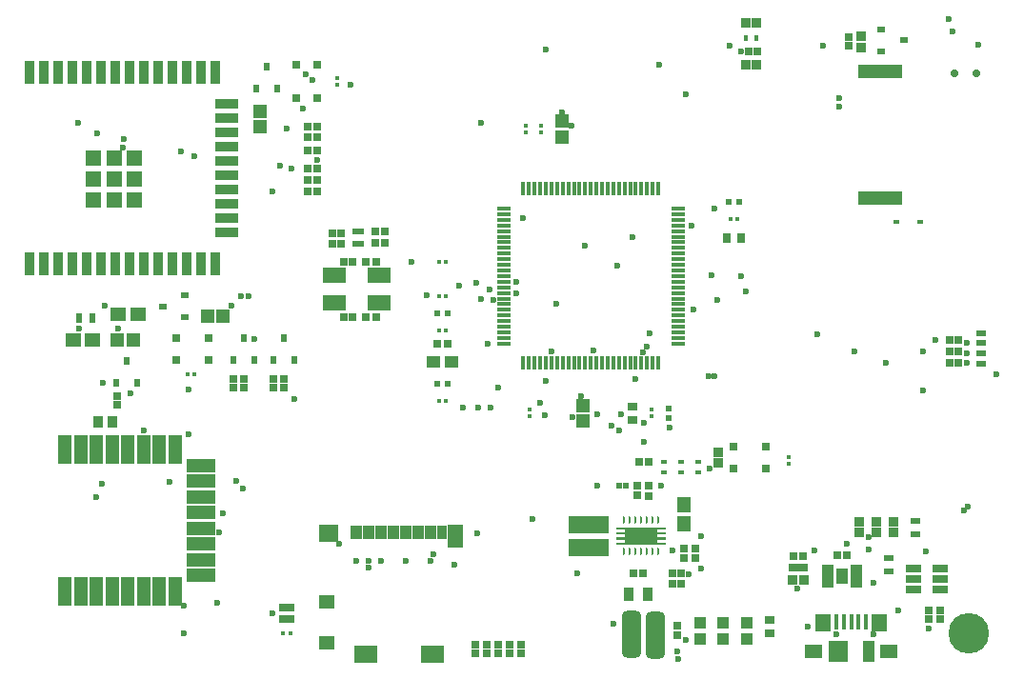
<source format=gts>
G04*
G04 #@! TF.GenerationSoftware,Altium Limited,Altium Designer,21.1.1 (26)*
G04*
G04 Layer_Color=8388736*
%FSLAX44Y44*%
%MOMM*%
G71*
G04*
G04 #@! TF.SameCoordinates,9AE9D992-6700-435F-BEFF-D62808151BB7*
G04*
G04*
G04 #@! TF.FilePolarity,Negative*
G04*
G01*
G75*
%ADD36R,0.5900X0.4500*%
%ADD37R,4.0000X1.2000*%
%ADD38R,0.8500X0.6000*%
%ADD39R,1.2000X0.3000*%
%ADD40R,0.3000X1.2000*%
%ADD41R,0.7000X0.6500*%
%ADD42R,1.0062X1.1051*%
%ADD43R,0.6153X0.5725*%
%ADD44R,0.4556X0.3612*%
%ADD45R,0.4500X0.6000*%
%ADD46R,0.9000X2.0000*%
%ADD47R,2.0000X0.9000*%
%ADD48R,1.3300X1.3300*%
G04:AMPARAMS|DCode=49|XSize=0.6mm|YSize=0.24mm|CornerRadius=0.12mm|HoleSize=0mm|Usage=FLASHONLY|Rotation=270.000|XOffset=0mm|YOffset=0mm|HoleType=Round|Shape=RoundedRectangle|*
%AMROUNDEDRECTD49*
21,1,0.6000,0.0000,0,0,270.0*
21,1,0.3600,0.2400,0,0,270.0*
1,1,0.2400,0.0000,-0.1800*
1,1,0.2400,0.0000,0.1800*
1,1,0.2400,0.0000,0.1800*
1,1,0.2400,0.0000,-0.1800*
%
%ADD49ROUNDEDRECTD49*%
%ADD50R,0.7581X0.8121*%
%ADD51R,0.6250X0.8250*%
%ADD52R,0.5000X0.5000*%
%ADD53R,1.3061X1.0582*%
%ADD54R,1.0000X0.5000*%
%ADD55R,0.4500X1.3800*%
%ADD56R,1.6500X1.3000*%
%ADD57R,1.0000X1.9000*%
%ADD58R,1.8000X1.9000*%
%ADD59R,1.4250X1.5500*%
%ADD70R,0.6000X0.4500*%
%ADD71R,0.8250X0.6250*%
%ADD72R,0.8121X0.7581*%
%ADD73R,0.3612X0.4556*%
%ADD74R,0.5725X0.6153*%
%ADD81R,0.6500X0.7000*%
%ADD82R,1.4000X0.8000*%
%ADD83R,3.6000X1.5000*%
%ADD84R,1.3000X1.2000*%
%ADD85R,0.9000X1.0500*%
%ADD86R,0.8500X0.8000*%
%ADD87R,0.8000X0.7500*%
%ADD88R,0.7500X0.7500*%
%ADD89R,0.9000X0.8500*%
%ADD90R,0.8500X0.8500*%
%ADD91R,0.7000X0.7500*%
%ADD92R,0.6500X0.7000*%
%ADD93R,0.6500X0.6500*%
%ADD94R,0.5500X0.5500*%
%ADD95R,1.0500X1.3000*%
%ADD96R,1.4000X1.2000*%
%ADD97R,0.9500X1.3000*%
%ADD98R,1.3700X2.0000*%
%ADD99R,1.7500X1.5500*%
%ADD100R,2.1000X1.5500*%
%ADD101R,0.6000X0.7000*%
%ADD102C,1.4220*%
%ADD103R,1.0636X0.5048*%
%ADD104R,0.9874X1.3938*%
%ADD105R,1.2000X2.6500*%
%ADD106R,2.6500X1.2000*%
%ADD107R,1.4500X1.3000*%
%ADD108R,0.8500X1.2500*%
%ADD109R,0.7800X0.7400*%
G04:AMPARAMS|DCode=110|XSize=1.724mm|YSize=4.2mm|CornerRadius=0.481mm|HoleSize=0mm|Usage=FLASHONLY|Rotation=0.000|XOffset=0mm|YOffset=0mm|HoleType=Round|Shape=RoundedRectangle|*
%AMROUNDEDRECTD110*
21,1,1.7240,3.2380,0,0,0.0*
21,1,0.7620,4.2000,0,0,0.0*
1,1,0.9620,0.3810,-1.6190*
1,1,0.9620,-0.3810,-1.6190*
1,1,0.9620,-0.3810,1.6190*
1,1,0.9620,0.3810,1.6190*
%
%ADD110ROUNDEDRECTD110*%
%ADD111R,2.0000X1.4000*%
%ADD112R,1.3000X1.4500*%
%ADD113R,0.7000X0.6000*%
%ADD114R,0.7500X0.8000*%
%ADD115R,0.8500X0.8500*%
%ADD116R,0.7000X0.6500*%
%ADD117R,0.6500X0.6500*%
%ADD118R,0.8500X0.9000*%
%ADD119R,1.2000X1.3000*%
%ADD120C,0.7000*%
%ADD121C,3.6000*%
%ADD122C,0.6000*%
%ADD123C,0.3500*%
G36*
X743360Y206560D02*
X735610D01*
Y203960D01*
X743360D01*
Y201960D01*
X735610D01*
Y199360D01*
X743360D01*
Y197360D01*
X735610D01*
Y194760D01*
X743360D01*
Y192760D01*
X699360D01*
Y194760D01*
X707110D01*
Y197360D01*
X699360D01*
Y199360D01*
X707110D01*
Y201960D01*
X699360D01*
Y203960D01*
X707110D01*
Y206560D01*
X699360D01*
Y208560D01*
X743360D01*
Y206560D01*
D02*
G37*
D36*
X948300Y480060D02*
D03*
X969400D02*
D03*
D37*
X933450Y501530D02*
D03*
Y613530D02*
D03*
D38*
X1023620Y372110D02*
D03*
Y363110D02*
D03*
Y354110D02*
D03*
Y381110D02*
D03*
D39*
X754173Y466800D02*
D03*
Y471800D02*
D03*
X599173Y371800D02*
D03*
X754173Y391800D02*
D03*
Y396800D02*
D03*
X599173Y491800D02*
D03*
Y486800D02*
D03*
Y481800D02*
D03*
Y476800D02*
D03*
Y471800D02*
D03*
Y466800D02*
D03*
Y461800D02*
D03*
Y456800D02*
D03*
Y451800D02*
D03*
Y446800D02*
D03*
Y441800D02*
D03*
Y436800D02*
D03*
Y431800D02*
D03*
Y426800D02*
D03*
Y421800D02*
D03*
Y416800D02*
D03*
Y411800D02*
D03*
Y406800D02*
D03*
Y401800D02*
D03*
Y396800D02*
D03*
Y391800D02*
D03*
Y386800D02*
D03*
Y381800D02*
D03*
Y376800D02*
D03*
X754173Y371800D02*
D03*
Y376800D02*
D03*
Y381800D02*
D03*
Y386800D02*
D03*
Y401800D02*
D03*
Y406800D02*
D03*
Y411800D02*
D03*
Y416800D02*
D03*
Y421800D02*
D03*
Y426800D02*
D03*
Y431800D02*
D03*
Y436800D02*
D03*
X754173Y441800D02*
D03*
X754173Y446800D02*
D03*
Y451800D02*
D03*
Y456800D02*
D03*
X754173Y461800D02*
D03*
X754173Y476800D02*
D03*
Y481800D02*
D03*
Y486800D02*
D03*
Y491800D02*
D03*
D40*
X616673Y354300D02*
D03*
X646673Y509300D02*
D03*
X656673D02*
D03*
X651673D02*
D03*
X671673Y354300D02*
D03*
X621673D02*
D03*
X626673D02*
D03*
X631673D02*
D03*
X636673D02*
D03*
X641673D02*
D03*
X646673D02*
D03*
X651673D02*
D03*
X656673D02*
D03*
X661673D02*
D03*
X666673D02*
D03*
X676673D02*
D03*
X681673D02*
D03*
X686673D02*
D03*
X691673D02*
D03*
X696673D02*
D03*
X701673D02*
D03*
X706673D02*
D03*
X711673D02*
D03*
X716673D02*
D03*
X721673D02*
D03*
X726673D02*
D03*
X731673D02*
D03*
X736673D02*
D03*
Y509300D02*
D03*
X731673D02*
D03*
X726673D02*
D03*
X721673D02*
D03*
X716673D02*
D03*
X711673D02*
D03*
X706673D02*
D03*
X701673D02*
D03*
X696673D02*
D03*
X691673D02*
D03*
X686673D02*
D03*
X681673D02*
D03*
X676673D02*
D03*
X671673D02*
D03*
X666673D02*
D03*
X661673D02*
D03*
X641673D02*
D03*
X636673D02*
D03*
X631673D02*
D03*
X626673D02*
D03*
X621673D02*
D03*
X616673D02*
D03*
D41*
X433680Y589770D02*
D03*
X414680Y619270D02*
D03*
X433680D02*
D03*
X414680Y589770D02*
D03*
D42*
X773430Y123190D02*
D03*
Y109178D02*
D03*
X815242Y123190D02*
D03*
Y109178D02*
D03*
X794336Y123190D02*
D03*
Y109178D02*
D03*
D43*
X808195Y497840D02*
D03*
X799624D02*
D03*
D44*
X541802Y383846D02*
D03*
X547858D02*
D03*
X403372Y114300D02*
D03*
X409428D02*
D03*
X318282Y344170D02*
D03*
X324338D02*
D03*
X541802Y444500D02*
D03*
X547858D02*
D03*
X541802Y414020D02*
D03*
X547858D02*
D03*
X806938Y482600D02*
D03*
X800882D02*
D03*
X541802Y320585D02*
D03*
X547858D02*
D03*
D45*
X814400Y643193D02*
D03*
X823900D02*
D03*
D46*
X266630Y613160D02*
D03*
X241230D02*
D03*
X215830Y443160D02*
D03*
X228530D02*
D03*
X241230D02*
D03*
X253930D02*
D03*
X266630D02*
D03*
X279330D02*
D03*
X292030D02*
D03*
X304730D02*
D03*
X317430D02*
D03*
X330130D02*
D03*
X342830D02*
D03*
X330130Y613160D02*
D03*
X292030D02*
D03*
X253930D02*
D03*
X203130D02*
D03*
X190430D02*
D03*
X342830D02*
D03*
X203130Y443160D02*
D03*
X279330Y613160D02*
D03*
X177730Y443160D02*
D03*
Y613160D02*
D03*
X228530D02*
D03*
X215830D02*
D03*
X317430D02*
D03*
X304730D02*
D03*
X190430Y443160D02*
D03*
D47*
X352830Y483710D02*
D03*
Y521810D02*
D03*
Y534510D02*
D03*
Y547210D02*
D03*
Y559910D02*
D03*
Y572610D02*
D03*
Y585310D02*
D03*
Y471010D02*
D03*
Y496410D02*
D03*
Y509110D02*
D03*
D48*
X234380Y499810D02*
D03*
Y518160D02*
D03*
Y536510D02*
D03*
X252730Y499810D02*
D03*
Y518160D02*
D03*
Y536510D02*
D03*
X271080Y499810D02*
D03*
Y518160D02*
D03*
Y536510D02*
D03*
D49*
X726360Y214660D02*
D03*
X731360D02*
D03*
X736360D02*
D03*
X726360Y186660D02*
D03*
X711360Y214660D02*
D03*
X706360D02*
D03*
Y186660D02*
D03*
X711360D02*
D03*
X731360D02*
D03*
X736360D02*
D03*
X716360D02*
D03*
X721360D02*
D03*
Y214660D02*
D03*
X716360D02*
D03*
D50*
X810180Y465791D02*
D03*
X797640D02*
D03*
D51*
X221970Y394902D02*
D03*
X233470D02*
D03*
D52*
X539830Y398904D02*
D03*
X549830D02*
D03*
X539830Y335643D02*
D03*
X549830D02*
D03*
D53*
X537069Y355243D02*
D03*
X552591D02*
D03*
D54*
X469900Y471590D02*
D03*
Y460590D02*
D03*
D55*
X895050Y124700D02*
D03*
X908050D02*
D03*
X901550D02*
D03*
X914550D02*
D03*
X921050D02*
D03*
D56*
X941800Y98100D02*
D03*
X874300D02*
D03*
D57*
X923550D02*
D03*
D58*
X896550D02*
D03*
D59*
X932925Y123850D02*
D03*
X883175D02*
D03*
D70*
X741680Y266700D02*
D03*
Y257200D02*
D03*
X756920Y266700D02*
D03*
Y257200D02*
D03*
X772160Y266700D02*
D03*
Y257200D02*
D03*
D71*
X965200Y214030D02*
D03*
Y202530D02*
D03*
X941070Y169510D02*
D03*
Y181010D02*
D03*
D72*
X835618Y113884D02*
D03*
Y126424D02*
D03*
X713441Y316150D02*
D03*
Y303610D02*
D03*
D73*
X852170Y264942D02*
D03*
Y270998D02*
D03*
X450850Y607548D02*
D03*
Y601492D02*
D03*
X622300Y312908D02*
D03*
Y306852D02*
D03*
X730250Y312908D02*
D03*
Y306852D02*
D03*
X632605Y565638D02*
D03*
Y559582D02*
D03*
X618490Y565638D02*
D03*
Y559582D02*
D03*
D74*
X745490Y314165D02*
D03*
Y305595D02*
D03*
D81*
X832630Y261010D02*
D03*
X803130D02*
D03*
X832630Y280010D02*
D03*
X803130D02*
D03*
X337330Y376530D02*
D03*
X307830Y357530D02*
D03*
Y376530D02*
D03*
X337330Y357530D02*
D03*
D82*
X986860Y153060D02*
D03*
Y162560D02*
D03*
Y172060D02*
D03*
X963860D02*
D03*
Y162560D02*
D03*
Y153060D02*
D03*
D83*
X674370Y190160D02*
D03*
Y211160D02*
D03*
D84*
X669290Y316880D02*
D03*
Y302880D02*
D03*
X382270Y564500D02*
D03*
Y578500D02*
D03*
X650664Y569610D02*
D03*
Y555610D02*
D03*
D85*
X238860Y302260D02*
D03*
X251360D02*
D03*
D86*
X856810Y172878D02*
D03*
X865310D02*
D03*
D87*
X714570Y167640D02*
D03*
X723070D02*
D03*
X895355Y183899D02*
D03*
X903855D02*
D03*
X856810Y182880D02*
D03*
X865310D02*
D03*
X433510Y564992D02*
D03*
X425010D02*
D03*
X433510Y554990D02*
D03*
X425010D02*
D03*
X433510Y543560D02*
D03*
X425010D02*
D03*
X433510Y527050D02*
D03*
X425010D02*
D03*
X433510Y516890D02*
D03*
X425010D02*
D03*
X433510Y506730D02*
D03*
X425010D02*
D03*
X719650Y266700D02*
D03*
X728150D02*
D03*
X485403Y471170D02*
D03*
X493903D02*
D03*
X485403Y461010D02*
D03*
X493903D02*
D03*
X549080Y371787D02*
D03*
X540580D02*
D03*
X477080Y444745D02*
D03*
X485580D02*
D03*
X477080Y394970D02*
D03*
X485580D02*
D03*
D88*
X727710Y236307D02*
D03*
Y245308D02*
D03*
D89*
X814150Y619760D02*
D03*
X823650D02*
D03*
D90*
X916940Y635080D02*
D03*
Y645080D02*
D03*
X946095Y213635D02*
D03*
Y203635D02*
D03*
X930470Y213635D02*
D03*
Y203635D02*
D03*
X914845Y213635D02*
D03*
Y203635D02*
D03*
D91*
X986790Y127120D02*
D03*
Y134620D02*
D03*
X976630D02*
D03*
Y127120D02*
D03*
D92*
X255270Y317560D02*
D03*
Y325060D02*
D03*
X905510Y636330D02*
D03*
Y643830D02*
D03*
X368300Y340300D02*
D03*
Y332800D02*
D03*
X359297Y332860D02*
D03*
Y340360D02*
D03*
X403860Y340300D02*
D03*
Y332800D02*
D03*
X394857D02*
D03*
Y340300D02*
D03*
D93*
X614680Y96330D02*
D03*
Y104330D02*
D03*
X718207Y237300D02*
D03*
Y245300D02*
D03*
X574040Y96330D02*
D03*
Y104330D02*
D03*
X584200Y96330D02*
D03*
Y104330D02*
D03*
X594360Y96330D02*
D03*
Y104330D02*
D03*
X604520Y96330D02*
D03*
Y104330D02*
D03*
D94*
X701850Y245110D02*
D03*
X707850D02*
D03*
D95*
X500985Y203985D02*
D03*
X478985D02*
D03*
X467985D02*
D03*
X533985D02*
D03*
X489985D02*
D03*
X511985D02*
D03*
X522985D02*
D03*
D96*
X441635Y142485D02*
D03*
Y105485D02*
D03*
D97*
X544485Y203985D02*
D03*
D98*
X556585Y200485D02*
D03*
D99*
X443385Y202735D02*
D03*
D100*
X536335Y95735D02*
D03*
X476635D02*
D03*
D101*
X254660Y336710D02*
D03*
X273660D02*
D03*
X264160Y356710D02*
D03*
X379120Y598330D02*
D03*
X388620Y618330D02*
D03*
X398120Y598330D02*
D03*
X358742Y357030D02*
D03*
X377743D02*
D03*
X368243Y377030D02*
D03*
X394360Y357030D02*
D03*
X413360D02*
D03*
X403860Y377030D02*
D03*
D102*
X721360Y200660D02*
D03*
D103*
X912305Y157228D02*
D03*
X886905Y162309D02*
D03*
Y172468D02*
D03*
X912305Y162309D02*
D03*
X886905Y167388D02*
D03*
X912305Y172468D02*
D03*
Y167388D02*
D03*
X886905Y157228D02*
D03*
D104*
X899605Y164848D02*
D03*
D105*
X293170Y151680D02*
D03*
X279170D02*
D03*
X265170D02*
D03*
X209170Y277580D02*
D03*
X223170D02*
D03*
X251170D02*
D03*
X307170Y151680D02*
D03*
X223170D02*
D03*
X237170D02*
D03*
X293170Y277580D02*
D03*
X279170D02*
D03*
X237170D02*
D03*
X307170D02*
D03*
X265170D02*
D03*
X209170Y151680D02*
D03*
X251170D02*
D03*
D106*
X330120Y249630D02*
D03*
Y263630D02*
D03*
Y235630D02*
D03*
Y193630D02*
D03*
Y179630D02*
D03*
Y165630D02*
D03*
Y207630D02*
D03*
Y221630D02*
D03*
D107*
X256930Y397510D02*
D03*
X273930D02*
D03*
X216888Y374650D02*
D03*
X233888D02*
D03*
D108*
X710320Y148590D02*
D03*
X727320D02*
D03*
D109*
X464910Y394970D02*
D03*
X457110D02*
D03*
X446950Y469900D02*
D03*
X454750D02*
D03*
X446950Y460897D02*
D03*
X454750D02*
D03*
X457110Y444500D02*
D03*
X464910D02*
D03*
D110*
X734060Y112531D02*
D03*
X712470Y113030D02*
D03*
D111*
X448630Y432243D02*
D03*
X488630Y408242D02*
D03*
Y432243D02*
D03*
X448630Y408242D02*
D03*
D112*
X759460Y211210D02*
D03*
Y228210D02*
D03*
D113*
X934880Y631850D02*
D03*
X954880Y641350D02*
D03*
X934880Y650850D02*
D03*
X296070Y404907D02*
D03*
X316070Y395407D02*
D03*
Y414408D02*
D03*
D114*
X769620Y189670D02*
D03*
Y181170D02*
D03*
X759618Y189670D02*
D03*
Y181170D02*
D03*
X753110Y121090D02*
D03*
Y112590D02*
D03*
D115*
X866060Y161875D02*
D03*
X856060D02*
D03*
X814150Y656695D02*
D03*
X824150D02*
D03*
D116*
X749420Y158637D02*
D03*
X756920D02*
D03*
X749420Y167640D02*
D03*
X756920D02*
D03*
X824650Y631190D02*
D03*
X817150D02*
D03*
X410150Y137160D02*
D03*
X402650D02*
D03*
Y127000D02*
D03*
X410150D02*
D03*
D117*
X995490Y354330D02*
D03*
X1003490D02*
D03*
X995490Y364490D02*
D03*
X1003490D02*
D03*
X995490Y374650D02*
D03*
X1003490D02*
D03*
D118*
X789569Y265760D02*
D03*
Y275260D02*
D03*
D119*
X269890Y374650D02*
D03*
X255890D02*
D03*
X335900Y396240D02*
D03*
X349900D02*
D03*
D120*
X999580Y612150D02*
D03*
X1019580D02*
D03*
D121*
X1012770Y114420D02*
D03*
D122*
X1010920Y354330D02*
D03*
Y363110D02*
D03*
Y372110D02*
D03*
X1037422Y344170D02*
D03*
X754380Y91420D02*
D03*
X753110Y97790D02*
D03*
X994467Y660420D02*
D03*
X302260Y248920D02*
D03*
X346246Y204006D02*
D03*
X241808Y247142D02*
D03*
X367792Y242824D02*
D03*
X237170Y235524D02*
D03*
X349365Y221095D02*
D03*
X344932Y141478D02*
D03*
X314960Y138938D02*
D03*
X279170Y294616D02*
D03*
X319278Y331216D02*
D03*
X361390Y249630D02*
D03*
X319278Y291338D02*
D03*
X637032Y632968D02*
D03*
X650664Y577596D02*
D03*
X659384Y565404D02*
D03*
X782320Y260350D02*
D03*
X478985Y172329D02*
D03*
X788924Y410972D02*
D03*
X810180Y431372D02*
D03*
X814098Y418084D02*
D03*
X1011972Y227112D02*
D03*
X781050Y342900D02*
D03*
X1008380Y223520D02*
D03*
X786130Y342900D02*
D03*
X728572Y381000D02*
D03*
X726634Y368808D02*
D03*
X699770Y440690D02*
D03*
X713740Y466090D02*
D03*
X938530Y354330D02*
D03*
X897128Y590296D02*
D03*
X974090Y186690D02*
D03*
X723900Y284480D02*
D03*
Y300990D02*
D03*
X774700Y171450D02*
D03*
Y200660D02*
D03*
X716673Y340614D02*
D03*
X267910Y327406D02*
D03*
X664210Y167640D02*
D03*
X667766Y324866D02*
D03*
X413360Y322834D02*
D03*
X372110Y414020D02*
D03*
X260350Y546100D02*
D03*
X377743Y375711D02*
D03*
X365760Y414020D02*
D03*
X261620Y553720D02*
D03*
X810514Y631190D02*
D03*
X584708Y371348D02*
D03*
X786384Y491800D02*
D03*
X616204Y483616D02*
D03*
X1021080Y637286D02*
D03*
X799846Y636778D02*
D03*
X357378Y405892D02*
D03*
X244856D02*
D03*
X895050Y113030D02*
D03*
X949960Y134620D02*
D03*
X976630Y118110D02*
D03*
X679196Y365506D02*
D03*
X927862Y113030D02*
D03*
X400050Y529590D02*
D03*
X312420Y542290D02*
D03*
X393700Y506730D02*
D03*
X323850Y538480D02*
D03*
X406340Y562550D02*
D03*
X220980Y567690D02*
D03*
X410210Y527050D02*
D03*
X237490Y558800D02*
D03*
X671673Y458978D02*
D03*
X765810Y476800D02*
D03*
X422910Y610870D02*
D03*
X749300Y187960D02*
D03*
X681990Y245110D02*
D03*
X610108Y426800D02*
D03*
X998220Y648970D02*
D03*
X768096Y401800D02*
D03*
X393700Y132080D02*
D03*
X587248Y314960D02*
D03*
X478985Y178425D02*
D03*
X467985D02*
D03*
X554990Y175260D02*
D03*
X783590Y432308D02*
D03*
X536956Y184404D02*
D03*
X533985Y178425D02*
D03*
X562864Y314706D02*
D03*
X489985Y178425D02*
D03*
X645668Y406908D02*
D03*
X594614Y332994D02*
D03*
X576834Y315214D02*
D03*
X511985Y178425D02*
D03*
X971550Y330390D02*
D03*
X982980Y374650D02*
D03*
X877570Y379730D02*
D03*
X971550Y364490D02*
D03*
X910590D02*
D03*
X575056Y426212D02*
D03*
X531114Y415036D02*
D03*
X559896Y423672D02*
D03*
X517652Y444745D02*
D03*
X737108Y619760D02*
D03*
X703834Y308864D02*
D03*
X694690Y298450D02*
D03*
X738942Y245308D02*
D03*
X869219Y120396D02*
D03*
X859790Y153670D02*
D03*
X696976Y122936D02*
D03*
X760730Y107950D02*
D03*
X463296Y601980D02*
D03*
X256930Y385572D02*
D03*
X221970D02*
D03*
X681990Y308864D02*
D03*
X624840Y215900D02*
D03*
X575310Y203200D02*
D03*
X452882Y193802D02*
D03*
X314865Y114300D02*
D03*
X579120Y567690D02*
D03*
Y411080D02*
D03*
X420878Y580390D02*
D03*
X433578Y535432D02*
D03*
X429260Y605790D02*
D03*
X897636Y582168D02*
D03*
X590296Y410972D02*
D03*
X586546Y420176D02*
D03*
X635762Y308102D02*
D03*
X641673Y364998D02*
D03*
X610108Y416800D02*
D03*
X242924Y337312D02*
D03*
X631673Y319278D02*
D03*
X636673Y338836D02*
D03*
X927862Y159512D02*
D03*
X702056Y294894D02*
D03*
X875538Y187960D02*
D03*
X747014Y296926D02*
D03*
X903855Y193679D02*
D03*
X923572Y199672D02*
D03*
X923685Y188976D02*
D03*
X722884Y363982D02*
D03*
X883076Y636330D02*
D03*
X761492Y593852D02*
D03*
X764032Y166370D02*
D03*
X660146Y306832D02*
D03*
D123*
X726360Y195660D02*
D03*
X721360D02*
D03*
X716360D02*
D03*
X726360Y205660D02*
D03*
X716360Y200660D02*
D03*
X726360D02*
D03*
X721360D02*
D03*
Y205660D02*
D03*
X716360D02*
D03*
X731360Y195660D02*
D03*
X711360D02*
D03*
X731360Y205660D02*
D03*
X711360D02*
D03*
X731360Y200660D02*
D03*
X711360D02*
D03*
M02*

</source>
